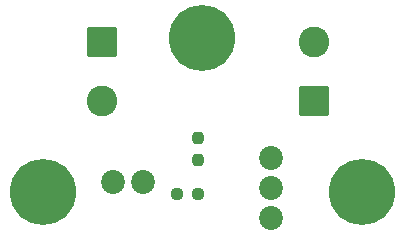
<source format=gbr>
%TF.GenerationSoftware,KiCad,Pcbnew,9.0.0-1.fc41*%
%TF.CreationDate,2025-04-21T01:51:52+02:00*%
%TF.ProjectId,relay_board,72656c61-795f-4626-9f61-72642e6b6963,rev?*%
%TF.SameCoordinates,Original*%
%TF.FileFunction,Soldermask,Top*%
%TF.FilePolarity,Negative*%
%FSLAX46Y46*%
G04 Gerber Fmt 4.6, Leading zero omitted, Abs format (unit mm)*
G04 Created by KiCad (PCBNEW 9.0.0-1.fc41) date 2025-04-21 01:51:52*
%MOMM*%
%LPD*%
G01*
G04 APERTURE LIST*
G04 Aperture macros list*
%AMRoundRect*
0 Rectangle with rounded corners*
0 $1 Rounding radius*
0 $2 $3 $4 $5 $6 $7 $8 $9 X,Y pos of 4 corners*
0 Add a 4 corners polygon primitive as box body*
4,1,4,$2,$3,$4,$5,$6,$7,$8,$9,$2,$3,0*
0 Add four circle primitives for the rounded corners*
1,1,$1+$1,$2,$3*
1,1,$1+$1,$4,$5*
1,1,$1+$1,$6,$7*
1,1,$1+$1,$8,$9*
0 Add four rect primitives between the rounded corners*
20,1,$1+$1,$2,$3,$4,$5,0*
20,1,$1+$1,$4,$5,$6,$7,0*
20,1,$1+$1,$6,$7,$8,$9,0*
20,1,$1+$1,$8,$9,$2,$3,0*%
G04 Aperture macros list end*
%ADD10C,2.020000*%
%ADD11RoundRect,0.237500X0.250000X0.237500X-0.250000X0.237500X-0.250000X-0.237500X0.250000X-0.237500X0*%
%ADD12RoundRect,0.250000X1.050000X-1.050000X1.050000X1.050000X-1.050000X1.050000X-1.050000X-1.050000X0*%
%ADD13C,2.600000*%
%ADD14C,5.600000*%
%ADD15RoundRect,0.250000X-1.050000X1.050000X-1.050000X-1.050000X1.050000X-1.050000X1.050000X1.050000X0*%
%ADD16RoundRect,0.237500X-0.237500X0.250000X-0.237500X-0.250000X0.237500X-0.250000X0.237500X0.250000X0*%
G04 APERTURE END LIST*
D10*
%TO.C,J2*%
X153357500Y-82155000D03*
X153357500Y-84695000D03*
X153357500Y-87235000D03*
%TD*%
D11*
%TO.C,R2*%
X147157500Y-85200000D03*
X145332500Y-85200000D03*
%TD*%
D12*
%TO.C,J3*%
X157000000Y-77300000D03*
D13*
X157000000Y-72300000D03*
%TD*%
D14*
%TO.C,H1*%
X147500000Y-72000000D03*
%TD*%
D15*
%TO.C,J1*%
X139000000Y-72300000D03*
D13*
X139000000Y-77300000D03*
%TD*%
D10*
%TO.C,SW1*%
X139917500Y-84125000D03*
X142457500Y-84125000D03*
%TD*%
D14*
%TO.C,H2*%
X134000000Y-85000000D03*
%TD*%
D16*
%TO.C,R1*%
X147107500Y-80450000D03*
X147107500Y-82275000D03*
%TD*%
D14*
%TO.C,H3*%
X161000000Y-85000000D03*
%TD*%
M02*

</source>
